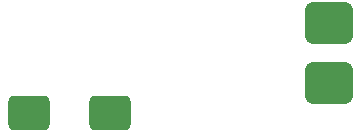
<source format=gbp>
%TF.GenerationSoftware,KiCad,Pcbnew,7.0.10*%
%TF.CreationDate,2024-08-15T13:32:22+05:30*%
%TF.ProjectId,Watch,57617463-682e-46b6-9963-61645f706362,rev?*%
%TF.SameCoordinates,Original*%
%TF.FileFunction,Paste,Bot*%
%TF.FilePolarity,Positive*%
%FSLAX46Y46*%
G04 Gerber Fmt 4.6, Leading zero omitted, Abs format (unit mm)*
G04 Created by KiCad (PCBNEW 7.0.10) date 2024-08-15 13:32:22*
%MOMM*%
%LPD*%
G01*
G04 APERTURE LIST*
G04 Aperture macros list*
%AMRoundRect*
0 Rectangle with rounded corners*
0 $1 Rounding radius*
0 $2 $3 $4 $5 $6 $7 $8 $9 X,Y pos of 4 corners*
0 Add a 4 corners polygon primitive as box body*
4,1,4,$2,$3,$4,$5,$6,$7,$8,$9,$2,$3,0*
0 Add four circle primitives for the rounded corners*
1,1,$1+$1,$2,$3*
1,1,$1+$1,$4,$5*
1,1,$1+$1,$6,$7*
1,1,$1+$1,$8,$9*
0 Add four rect primitives between the rounded corners*
20,1,$1+$1,$2,$3,$4,$5,0*
20,1,$1+$1,$4,$5,$6,$7,0*
20,1,$1+$1,$6,$7,$8,$9,0*
20,1,$1+$1,$8,$9,$2,$3,0*%
G04 Aperture macros list end*
%ADD10RoundRect,0.459375X-1.290625X-1.010625X1.290625X-1.010625X1.290625X1.010625X-1.290625X1.010625X0*%
%ADD11RoundRect,0.546875X1.458125X-1.203125X1.458125X1.203125X-1.458125X1.203125X-1.458125X-1.203125X0*%
G04 APERTURE END LIST*
D10*
%TO.C,M1*%
X131318000Y-123444000D03*
X138148000Y-123444000D03*
%TD*%
D11*
%TO.C,J2*%
X156718000Y-115824000D03*
X156718000Y-120904000D03*
%TD*%
M02*

</source>
